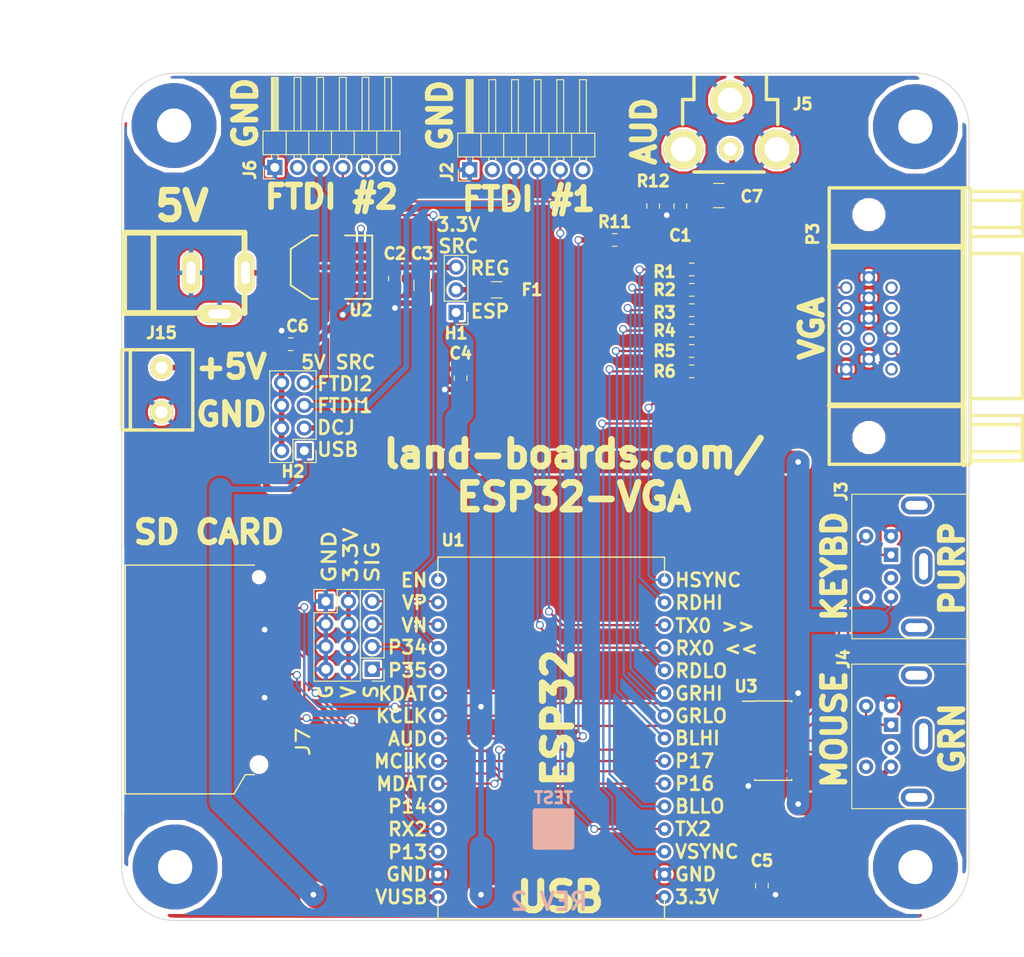
<source format=kicad_pcb>
(kicad_pcb (version 20171130) (host pcbnew "(5.1.5)-3")
  (title_block (title Blue-Pill-Hub) (date 2019-03-03) (rev 2) (company land-boards.com))
  (layers (0 F.Cu signal) (31 B.Cu signal) (36 B.SilkS user hide) (37 F.SilkS user) (38 B.Mask user hide) (39 F.Mask user) (44 Edge.Cuts user))
  (net 0 "")
  (net 1 +5V)
  (net 2 GND)
  (net 3 +3V3)
  (net 4 /VO3)
  (net 5 /DCIN)
  (net 6 /GP35)
  (net 7 /TX0)
  (net 8 /RX0)
  (net 9 /TX2)
  (net 10 /VP)
  (net 11 /VN)
  (net 12 /VUSB)
  (net 13 "Net-(F1-Pad2)")
  (net 14 "Net-(C1-Pad1)")
  (net 15 "Net-(C7-Pad2)")
  (net 16 /ESP3V)
  (net 17 /FTDI5V0)
  (net 18 /FTDI5V2)
  (net 19 "Net-(J3-Pad1)")
  (net 20 "Net-(J3-Pad5)")
  (net 21 "Net-(J4-Pad5)")
  (net 22 "Net-(J4-Pad1)")
  (net 23 "Net-(P3-Pad3)")
  (net 24 "Net-(P3-Pad2)")
  (net 25 "Net-(P3-Pad1)")
  (net 26 /HSYNC)
  (net 27 /VSYNC)
  (net 28 /REDHI)
  (net 29 /REDLO)
  (net 30 /GRNHI)
  (net 31 /GRNLO)
  (net 32 /BLUHI)
  (net 33 /BLULO)
  (net 34 /AUDIO)
  (net 35 /KBDAT)
  (net 36 /KBCLK)
  (net 37 /MSECLK)
  (net 38 /MSEDAT)
  (net 39 /RX2)
  (net 40 /MOSI)
  (net 41 /SDCS)
  (net 42 /SCLK)
  (net 43 /MISO)
  (net 44 /GP12)
  (module Resistor_SMD:R_0805_2012Metric_Pad1.15x1.40mm_HandSolder (layer F.Cu) (at 65.278 28.702 180)
    (fp_text reference R11 (at 0 2.032 180) (layer F.SilkS) (effects (font (size 1.27 1.27) (thickness 0.3175))))
    (fp_text value 270)
    (pad 1 smd roundrect (at -1.025 0 180) (size 1.15 1.4) (layers F.Cu F.Paste F.Mask) (roundrect_rratio 0.217391) (net 14 "Net-(C1-Pad1)"))
    (pad 2 smd roundrect (at 1.025 0 180) (size 1.15 1.4) (layers F.Cu F.Paste F.Mask) (roundrect_rratio 0.217391) (net 34 /AUDIO))
  )
  (module LandBoards_SMD_Packages:SOT223 (layer F.Cu) (at 33.528 31.75 90)
    (fp_text reference U2 (at -4.826 3.302 180) (layer F.SilkS) (effects (font (size 1.27 1.27) (thickness 0.3175))))
    (fp_text value AP1117 hide)
    (pad 4 smd rect (at 0 -3.302 90) (size 3.6576 2.032) (layers F.Cu F.Mask) (net 4 /VO3))
    (pad 2 smd rect (at 0 3.302 90) (size 1.016 2.032) (layers F.Cu F.Mask) (net 4 /VO3))
    (pad 3 smd rect (at 2.286 3.302 90) (size 1.016 2.032) (layers F.Cu F.Mask) (net 1 +5V))
    (pad 1 smd rect (at -2.286 3.302 90) (size 1.016 2.032) (layers F.Cu F.Mask) (net 2 GND))
  )
  (module LandBoards_Conns:TB2-5MM (layer F.Cu) (at 14.478 48.006 90)
    (fp_text reference J15 (at 8.89 0 180) (layer F.SilkS) (effects (font (size 1.27 1.27) (thickness 0.3175))))
    (fp_text value Conn_01x02 hide)
    (pad 2 thru_hole circle (at 5 0 90) (size 2.54 2.54) (drill 1.3589) (layers *.Cu *.Mask F.SilkS) (net 5 /DCIN))
    (pad 1 thru_hole circle (at 0 0 90) (size 2.54 2.54) (drill 1.3589) (layers *.Cu *.Mask F.SilkS) (net 2 GND))
  )
  (module LandBoards_MountHoles:MTG-6-32 (layer F.Cu) (at 15.875 15.875)
    (fp_text reference MTG1 hide)
    (fp_text value MTG_HOLE hide)
    (pad 1 thru_hole circle (at 0 0) (size 9.525 9.525) (drill 3.8354) (layers *.Cu *.Mask) (clearance 0.508))
  )
  (module LandBoards_MountHoles:MTG-6-32 (layer F.Cu) (at 99 99)
    (fp_text reference MTG2 hide)
    (fp_text value MTG_HOLE hide)
    (pad 1 thru_hole circle (at 0 0) (size 9.525 9.525) (drill 3.8354) (layers *.Cu *.Mask) (clearance 0.508))
  )
  (module LandBoards_MountHoles:MTG-6-32 (layer F.Cu) (at 16 99)
    (fp_text reference MTG3 hide)
    (fp_text value MTG_HOLE hide)
    (pad 1 thru_hole circle (at 0 0) (size 9.525 9.525) (drill 3.8354) (layers *.Cu *.Mask) (clearance 0.508))
  )
  (module LandBoards_MountHoles:MTG-6-32 (layer F.Cu) (at 99 16)
    (fp_text reference MTG?1 hide)
    (fp_text value MTG_HOLE hide)
    (pad 1 thru_hole circle (at 0 0) (size 9.525 9.525) (drill 3.8354) (layers *.Cu *.Mask) (clearance 0.508))
  )
  (module LandBoards_BoardOutlines:ESP32_EXP (layer F.Cu) (at 58.166 102.362 180)
    (fp_text reference U1 (at 11 40 180) (layer F.SilkS) (effects (font (size 1.27 1.27) (thickness 0.3175))))
    (fp_text value ESP32)
    (pad 1 thru_hole circle (at -12.7 0 180) (size 1.524 1.524) (drill 0.762) (layers *.Cu *.Mask) (net 16 /ESP3V))
    (pad 2 thru_hole circle (at -12.7 2.54 180) (size 1.524 1.524) (drill 0.762) (layers *.Cu *.Mask) (net 2 GND))
    (pad 3 thru_hole circle (at -12.7 5.08 180) (size 1.524 1.524) (drill 0.762) (layers *.Cu *.Mask) (net 27 /VSYNC))
    (pad 4 thru_hole circle (at -12.7 7.62 180) (size 1.524 1.524) (drill 0.762) (layers *.Cu *.Mask) (net 9 /TX2))
    (pad 5 thru_hole circle (at -12.7 10.16 180) (size 1.524 1.524) (drill 0.762) (layers *.Cu *.Mask) (net 33 /BLULO))
    (pad 6 thru_hole circle (at -12.7 12.7 180) (size 1.524 1.524) (drill 0.762) (layers *.Cu *.Mask) (net 43 /MISO))
    (pad 7 thru_hole circle (at -12.7 15.24 180) (size 1.524 1.524) (drill 0.762) (layers *.Cu *.Mask) (net 40 /MOSI))
    (pad 8 thru_hole circle (at -12.7 17.78 180) (size 1.524 1.524) (drill 0.762) (layers *.Cu *.Mask) (net 32 /BLUHI))
    (pad 9 thru_hole circle (at -12.7 20.32 180) (size 1.524 1.524) (drill 0.762) (layers *.Cu *.Mask) (net 31 /GRNLO))
    (pad 10 thru_hole circle (at -12.7 22.86 180) (size 1.524 1.524) (drill 0.762) (layers *.Cu *.Mask) (net 30 /GRNHI))
    (pad 11 thru_hole circle (at -12.7 25.4 180) (size 1.524 1.524) (drill 0.762) (layers *.Cu *.Mask) (net 29 /REDLO))
    (pad 12 thru_hole circle (at -12.7 27.94 180) (size 1.524 1.524) (drill 0.762) (layers *.Cu *.Mask) (net 8 /RX0))
    (pad 13 thru_hole circle (at -12.7 30.48 180) (size 1.524 1.524) (drill 0.762) (layers *.Cu *.Mask) (net 7 /TX0))
    (pad 14 thru_hole circle (at -12.7 33.02 180) (size 1.524 1.524) (drill 0.762) (layers *.Cu *.Mask) (net 28 /REDHI))
    (pad 15 thru_hole circle (at -12.7 35.56 180) (size 1.524 1.524) (drill 0.762) (layers *.Cu *.Mask) (net 26 /HSYNC))
    (pad 16 thru_hole circle (at 12.7 35.56 180) (size 1.524 1.524) (drill 0.762) (layers *.Cu *.Mask))
    (pad 17 thru_hole circle (at 12.7 33.02 180) (size 1.524 1.524) (drill 0.762) (layers *.Cu *.Mask) (net 10 /VP))
    (pad 18 thru_hole circle (at 12.7 30.48 180) (size 1.524 1.524) (drill 0.762) (layers *.Cu *.Mask) (net 11 /VN))
    (pad 19 thru_hole circle (at 12.7 27.94 180) (size 1.524 1.524) (drill 0.762) (layers *.Cu *.Mask) (net 39 /RX2))
    (pad 20 thru_hole circle (at 12.7 25.4 180) (size 1.524 1.524) (drill 0.762) (layers *.Cu *.Mask) (net 6 /GP35))
    (pad 21 thru_hole circle (at 12.7 22.86 180) (size 1.524 1.524) (drill 0.762) (layers *.Cu *.Mask) (net 35 /KBDAT))
    (pad 22 thru_hole circle (at 12.7 20.32 180) (size 1.524 1.524) (drill 0.762) (layers *.Cu *.Mask) (net 36 /KBCLK))
    (pad 23 thru_hole circle (at 12.7 17.78 180) (size 1.524 1.524) (drill 0.762) (layers *.Cu *.Mask) (net 34 /AUDIO))
    (pad 24 thru_hole circle (at 12.7 15.24 180) (size 1.524 1.524) (drill 0.762) (layers *.Cu *.Mask) (net 37 /MSECLK))
    (pad 25 thru_hole circle (at 12.7 12.7 180) (size 1.524 1.524) (drill 0.762) (layers *.Cu *.Mask) (net 38 /MSEDAT))
    (pad 26 thru_hole circle (at 12.7 10.16 180) (size 1.524 1.524) (drill 0.762) (layers *.Cu *.Mask) (net 42 /SCLK))
    (pad 27 thru_hole circle (at 12.7 7.62 180) (size 1.524 1.524) (drill 0.762) (layers *.Cu *.Mask) (net 44 /GP12))
    (pad 28 thru_hole circle (at 12.7 5.08 180) (size 1.524 1.524) (drill 0.762) (layers *.Cu *.Mask) (net 41 /SDCS))
    (pad 29 thru_hole circle (at 12.7 2.54 180) (size 1.524 1.524) (drill 0.762) (layers *.Cu *.Mask) (net 2 GND))
    (pad 30 thru_hole circle (at 12.7 0 180) (size 1.524 1.524) (drill 0.762) (layers *.Cu *.Mask) (net 12 /VUSB))
  )
  (module Fuse:Fuse_1206_3216Metric_Pad1.42x1.75mm_HandSolder (layer F.Cu) (at 52.07 34.29 180)
    (fp_text reference F1 (at -3.937 0 180) (layer F.SilkS) (effects (font (size 1.27 1.27) (thickness 0.3175))))
    (fp_text value Polyfuse_Small)
    (pad 1 smd roundrect (at -1.4875 0 180) (size 1.425 1.75) (layers F.Cu F.Paste F.Mask) (roundrect_rratio 0.175439) (net 3 +3V3))
    (pad 2 smd roundrect (at 1.4875 0 180) (size 1.425 1.75) (layers F.Cu F.Paste F.Mask) (roundrect_rratio 0.175439) (net 13 "Net-(F1-Pad2)"))
  )
  (module LandBoards_Conns:DCJ-NEW-Slotted (layer F.Cu) (at 17.78 32.385)
    (fp_text reference J1 hide)
    (fp_text value DCJ0202 hide)
    (pad 2 thru_hole oval (at 0 0) (size 2 4.6) (drill oval 1 2.54) (layers *.Cu *.Mask F.SilkS) (net 2 GND))
    (pad 1 thru_hole oval (at 6.1 0) (size 2 4.6) (drill oval 1 2.54) (layers *.Cu *.Mask F.SilkS) (net 5 /DCIN))
    (pad 3 thru_hole oval (at 3.2 4.6) (size 4.6 2) (drill oval 2.54 1) (layers *.Cu *.Mask F.SilkS) (net 2 GND))
  )
  (module Connector_PinHeader_2.54mm:PinHeader_1x03_P2.54mm_Vertical (layer F.Cu) (at 47.498 36.83 180)
    (fp_text reference H1 (at 0 -2.33 180) (layer F.SilkS) (effects (font (size 1.27 1.27) (thickness 0.3175))))
    (fp_text value Conn_01x03)
    (pad 1 thru_hole rect (at 0 0 180) (size 1.7 1.7) (drill 1) (layers *.Cu *.Mask) (net 16 /ESP3V))
    (pad 2 thru_hole oval (at 0 2.54 180) (size 1.7 1.7) (drill 1) (layers *.Cu *.Mask) (net 13 "Net-(F1-Pad2)"))
    (pad 3 thru_hole oval (at 0 5.08 180) (size 1.7 1.7) (drill 1) (layers *.Cu *.Mask) (net 4 /VO3))
  )
  (module Connector_PinHeader_2.54mm:PinHeader_2x04_P2.54mm_Vertical (layer F.Cu) (at 30.48 52.324 180)
    (fp_text reference H2 (at 1.27 -2.33 180) (layer F.SilkS) (effects (font (size 1.27 1.27) (thickness 0.3175))))
    (fp_text value Conn_02x04_Odd_Even)
    (pad 1 thru_hole rect (at 0 0 180) (size 1.7 1.7) (drill 1) (layers *.Cu *.Mask) (net 12 /VUSB))
    (pad 2 thru_hole oval (at 2.54 0 180) (size 1.7 1.7) (drill 1) (layers *.Cu *.Mask) (net 1 +5V))
    (pad 3 thru_hole oval (at 0 2.54 180) (size 1.7 1.7) (drill 1) (layers *.Cu *.Mask) (net 5 /DCIN))
    (pad 4 thru_hole oval (at 2.54 2.54 180) (size 1.7 1.7) (drill 1) (layers *.Cu *.Mask) (net 1 +5V))
    (pad 5 thru_hole oval (at 0 5.08 180) (size 1.7 1.7) (drill 1) (layers *.Cu *.Mask) (net 17 /FTDI5V0))
    (pad 6 thru_hole oval (at 2.54 5.08 180) (size 1.7 1.7) (drill 1) (layers *.Cu *.Mask) (net 1 +5V))
    (pad 7 thru_hole oval (at 0 7.62 180) (size 1.7 1.7) (drill 1) (layers *.Cu *.Mask) (net 18 /FTDI5V2))
    (pad 8 thru_hole oval (at 2.54 7.62 180) (size 1.7 1.7) (drill 1) (layers *.Cu *.Mask) (net 1 +5V))
  )
  (module LandBoards_Conns:DB_15F-VGA-fixed (layer F.Cu) (at 97.79 38.354 90)
    (fp_text reference P3 (at 10.3124 -10.287 90) (layer F.SilkS) (effects (font (size 1.27 1.27) (thickness 0.3175))))
    (fp_text value VGA (at -0.254 -10.414 90) (layer F.SilkS) (effects (font (size 2.54 2.54) (thickness 0.635))))
    (pad "" np_thru_hole circle (at 12.49426 -4.01066 90) (size 3.2 3.2) (drill 3.2) (layers *.Cu *.Mask F.SilkS))
    (pad 3 thru_hole circle (at -0.2667 -6.55066 90) (size 1.397 1.397) (drill 0.889) (layers *.Cu *.Mask) (net 23 "Net-(P3-Pad3)"))
    (pad 2 thru_hole circle (at 2.0193 -6.55066 90) (size 1.397 1.397) (drill 0.9144) (layers *.Cu *.Mask) (net 24 "Net-(P3-Pad2)"))
    (pad 1 thru_hole circle (at 4.31038 -6.55066 90) (size 1.397 1.397) (drill 0.9144) (layers *.Cu *.Mask) (net 25 "Net-(P3-Pad1)"))
    (pad 4 thru_hole circle (at -2.56032 -6.55066 90) (size 1.397 1.397) (drill 0.9144) (layers *.Cu *.Mask))
    (pad 5 thru_hole circle (at -4.84886 -6.55066 90) (size 1.397 1.397) (drill 0.9144) (layers *.Cu *.Mask) (net 2 GND))
    (pad 9 thru_hole circle (at -1.41478 -4.01066 90) (size 1.397 1.397) (drill 0.9144) (layers *.Cu *.Mask))
    (pad 8 thru_hole circle (at 0.87376 -4.01066 90) (size 1.397 1.397) (drill 0.9144) (layers *.Cu *.Mask) (net 2 GND))
    (pad 7 thru_hole circle (at 3.16484 -4.01066 90) (size 1.397 1.397) (drill 0.9144) (layers *.Cu *.Mask) (net 2 GND))
    (pad 6 thru_hole circle (at 5.45592 -4.01066 90) (size 1.397 1.397) (drill 0.9144) (layers *.Cu *.Mask) (net 2 GND))
    (pad "" np_thru_hole circle (at -12.49426 -4.01066 90) (size 3.2 3.2) (drill 3.2) (layers *.Cu *.Mask F.SilkS))
    (pad 10 thru_hole circle (at -3.70586 -4.01066 90) (size 1.397 1.397) (drill 0.9144) (layers *.Cu *.Mask) (net 2 GND))
    (pad 11 thru_hole circle (at 4.31038 -1.47066 90) (size 1.397 1.397) (drill 0.9144) (layers *.Cu *.Mask))
    (pad 12 thru_hole circle (at 2.0193 -1.47066 90) (size 1.397 1.397) (drill 0.9144) (layers *.Cu *.Mask))
    (pad 13 thru_hole circle (at -0.26924 -1.4732 90) (size 1.397 1.397) (drill 0.9144) (layers *.Cu *.Mask) (net 26 /HSYNC))
    (pad 14 thru_hole circle (at -2.56032 -1.47066 90) (size 1.397 1.397) (drill 0.9144) (layers *.Cu *.Mask) (net 27 /VSYNC))
    (pad 15 thru_hole circle (at -4.84886 -1.47066 90) (size 1.397 1.397) (drill 0.9144) (layers *.Cu *.Mask))
  )
  (module Resistor_SMD:R_0805_2012Metric_Pad1.15x1.40mm_HandSolder (layer F.Cu) (at 73.914 32.004 180)
    (fp_text reference R1 (at 3.048 -0.254 180) (layer F.SilkS) (effects (font (size 1.27 1.27) (thickness 0.3175))))
    (fp_text value 270)
    (pad 1 smd roundrect (at -1.025 0 180) (size 1.15 1.4) (layers F.Cu F.Paste F.Mask) (roundrect_rratio 0.217391) (net 25 "Net-(P3-Pad1)"))
    (pad 2 smd roundrect (at 1.025 0 180) (size 1.15 1.4) (layers F.Cu F.Paste F.Mask) (roundrect_rratio 0.217391) (net 28 /REDHI))
  )
  (module Resistor_SMD:R_0805_2012Metric_Pad1.15x1.40mm_HandSolder (layer F.Cu) (at 73.914 34.29 180)
    (fp_text reference R2 (at 3.048 0 180) (layer F.SilkS) (effects (font (size 1.27 1.27) (thickness 0.3175))))
    (fp_text value 560)
    (pad 2 smd roundrect (at 1.025 0 180) (size 1.15 1.4) (layers F.Cu F.Paste F.Mask) (roundrect_rratio 0.217391) (net 29 /REDLO))
    (pad 1 smd roundrect (at -1.025 0 180) (size 1.15 1.4) (layers F.Cu F.Paste F.Mask) (roundrect_rratio 0.217391) (net 25 "Net-(P3-Pad1)"))
  )
  (module Resistor_SMD:R_0805_2012Metric_Pad1.15x1.40mm_HandSolder (layer F.Cu) (at 73.914 36.576 180)
    (fp_text reference R3 (at 3.048 -0.254 180) (layer F.SilkS) (effects (font (size 1.27 1.27) (thickness 0.3175))))
    (fp_text value 270)
    (pad 1 smd roundrect (at -1.025 0 180) (size 1.15 1.4) (layers F.Cu F.Paste F.Mask) (roundrect_rratio 0.217391) (net 24 "Net-(P3-Pad2)"))
    (pad 2 smd roundrect (at 1.025 0 180) (size 1.15 1.4) (layers F.Cu F.Paste F.Mask) (roundrect_rratio 0.217391) (net 30 /GRNHI))
  )
  (module Resistor_SMD:R_0805_2012Metric_Pad1.15x1.40mm_HandSolder (layer F.Cu) (at 73.914 38.862 180)
    (fp_text reference R4 (at 3.048 0 180) (layer F.SilkS) (effects (font (size 1.27 1.27) (thickness 0.3175))))
    (fp_text value 560)
    (pad 2 smd roundrect (at 1.025 0 180) (size 1.15 1.4) (layers F.Cu F.Paste F.Mask) (roundrect_rratio 0.217391) (net 31 /GRNLO))
    (pad 1 smd roundrect (at -1.025 0 180) (size 1.15 1.4) (layers F.Cu F.Paste F.Mask) (roundrect_rratio 0.217391) (net 24 "Net-(P3-Pad2)"))
  )
  (module Resistor_SMD:R_0805_2012Metric_Pad1.15x1.40mm_HandSolder (layer F.Cu) (at 73.914 41.148 180)
    (fp_text reference R5 (at 3.048 0 180) (layer F.SilkS) (effects (font (size 1.27 1.27) (thickness 0.3175))))
    (fp_text value 270)
    (pad 2 smd roundrect (at 1.025 0 180) (size 1.15 1.4) (layers F.Cu F.Paste F.Mask) (roundrect_rratio 0.217391) (net 32 /BLUHI))
    (pad 1 smd roundrect (at -1.025 0 180) (size 1.15 1.4) (layers F.Cu F.Paste F.Mask) (roundrect_rratio 0.217391) (net 23 "Net-(P3-Pad3)"))
  )
  (module Resistor_SMD:R_0805_2012Metric_Pad1.15x1.40mm_HandSolder (layer F.Cu) (at 73.914 43.434 180)
    (fp_text reference R6 (at 3.048 0 180) (layer F.SilkS) (effects (font (size 1.27 1.27) (thickness 0.3175))))
    (fp_text value 560)
    (pad 1 smd roundrect (at -1.025 0 180) (size 1.15 1.4) (layers F.Cu F.Paste F.Mask) (roundrect_rratio 0.217391) (net 23 "Net-(P3-Pad3)"))
    (pad 2 smd roundrect (at 1.025 0 180) (size 1.15 1.4) (layers F.Cu F.Paste F.Mask) (roundrect_rratio 0.217391) (net 33 /BLULO))
  )
  (module Resistor_SMD:R_0805_2012Metric_Pad1.15x1.40mm_HandSolder (layer F.Cu) (at 69.596 24.892 90)
    (fp_text reference R12 (at 2.794 0 180) (layer F.SilkS) (effects (font (size 1.27 1.27) (thickness 0.3175))))
    (fp_text value 150)
    (pad 2 smd roundrect (at 1.025 0 90) (size 1.15 1.4) (layers F.Cu F.Paste F.Mask) (roundrect_rratio 0.217391) (net 14 "Net-(C1-Pad1)"))
    (pad 1 smd roundrect (at -1.025 0 90) (size 1.15 1.4) (layers F.Cu F.Paste F.Mask) (roundrect_rratio 0.217391) (net 2 GND))
  )
  (module LandBoards_Marking:TEST_BLK-REAR (layer F.Cu) (at 58.42 94.742)
    (fp_text reference TEST (at 0 -3.5) (layer B.SilkS) (effects (font (size 1.27 1.27) (thickness 0.3175)) (justify mirror)))
    (fp_text value COUPON hide)
  )
  (module Package_SO:SOIC-14_3.9x8.7mm_P1.27mm (layer F.Cu) (at 83.058 84.836)
    (fp_text reference U3 (at -3.048 -6.096) (layer F.SilkS) (effects (font (size 1.27 1.27) (thickness 0.3175))))
    (fp_text value TXS0104)
    (pad 1 smd rect (at -2.7 -3.81) (size 1.5 0.6) (layers F.Cu F.Paste F.Mask) (net 3 +3V3))
    (pad 2 smd rect (at -2.7 -2.54) (size 1.5 0.6) (layers F.Cu F.Paste F.Mask) (net 35 /KBDAT))
    (pad 3 smd rect (at -2.7 -1.27) (size 1.5 0.6) (layers F.Cu F.Paste F.Mask) (net 36 /KBCLK))
    (pad 4 smd rect (at -2.7 0) (size 1.5 0.6) (layers F.Cu F.Paste F.Mask) (net 38 /MSEDAT))
    (pad 5 smd rect (at -2.7 1.27) (size 1.5 0.6) (layers F.Cu F.Paste F.Mask) (net 37 /MSECLK))
    (pad 6 smd rect (at -2.7 2.54) (size 1.5 0.6) (layers F.Cu F.Paste F.Mask))
    (pad 7 smd rect (at -2.7 3.81) (size 1.5 0.6) (layers F.Cu F.Paste F.Mask) (net 2 GND))
    (pad 8 smd rect (at 2.7 3.81) (size 1.5 0.6) (layers F.Cu F.Paste F.Mask) (net 3 +3V3))
    (pad 9 smd rect (at 2.7 2.54) (size 1.5 0.6) (layers F.Cu F.Paste F.Mask))
    (pad 10 smd rect (at 2.7 1.27) (size 1.5 0.6) (layers F.Cu F.Paste F.Mask) (net 21 "Net-(J4-Pad5)"))
    (pad 11 smd rect (at 2.7 0) (size 1.5 0.6) (layers F.Cu F.Paste F.Mask) (net 22 "Net-(J4-Pad1)"))
    (pad 12 smd rect (at 2.7 -1.27) (size 1.5 0.6) (layers F.Cu F.Paste F.Mask) (net 20 "Net-(J3-Pad5)"))
    (pad 13 smd rect (at 2.7 -2.54) (size 1.5 0.6) (layers F.Cu F.Paste F.Mask) (net 19 "Net-(J3-Pad1)"))
    (pad 14 smd rect (at 2.7 -3.81) (size 1.5 0.6) (layers F.Cu F.Paste F.Mask) (net 1 +5V))
  )
  (module LandBoards_Conns:Connector_Mini-DIN_Female_6Pin_2rows (layer F.Cu) (at 96.266 64.008 90)
    (fp_text reference J3 (at 7.112 -5.588 90) (layer F.SilkS) (effects (font (size 1.27 1.27) (thickness 0.3175))))
    (fp_text value PS2_DIN6)
    (pad 7 thru_hole oval (at -8.15 2.85 90) (size 2 3.5) (drill oval 1 2.5) (layers *.Cu *.Mask))
    (pad 7 thru_hole oval (at 5.55 2.85 90) (size 2 3.5) (drill oval 1 2.5) (layers *.Cu *.Mask))
    (pad 1 thru_hole rect (at 0 0 90) (size 1.6 1.6) (drill 0.8) (layers *.Cu *.Mask) (net 19 "Net-(J3-Pad1)"))
    (pad 2 thru_hole circle (at -2.6 0 90) (size 1.6 1.6) (drill 0.8) (layers *.Cu *.Mask))
    (pad 3 thru_hole circle (at 2.1 0 90) (size 1.6 1.6) (drill 0.8) (layers *.Cu *.Mask) (net 2 GND))
    (pad 4 thru_hole circle (at -4.7 0 90) (size 1.6 1.6) (drill 0.8) (layers *.Cu *.Mask) (net 1 +5V))
    (pad 5 thru_hole circle (at 2.1 -2.8 90) (size 1.6 1.6) (drill 0.8) (layers *.Cu *.Mask) (net 20 "Net-(J3-Pad5)"))
    (pad 6 thru_hole circle (at -4.7 -2.8 90) (size 1.6 1.6) (drill 0.8) (layers *.Cu *.Mask))
    (pad 7 thru_hole oval (at -1.3 3.65 90) (size 4 2) (drill oval 3 1) (layers *.Cu *.Mask))
  )
  (module LandBoards_Conns:Connector_Mini-DIN_Female_6Pin_2rows (layer F.Cu) (at 96.266 83.058 90)
    (fp_text reference J4 (at 7.366 -5.334 90) (layer F.SilkS) (effects (font (size 1.27 1.27) (thickness 0.3175))))
    (fp_text value PS2_DIN6)
    (pad 7 thru_hole oval (at -1.3 3.65 90) (size 4 2) (drill oval 3 1) (layers *.Cu *.Mask))
    (pad 6 thru_hole circle (at -4.7 -2.8 90) (size 1.6 1.6) (drill 0.8) (layers *.Cu *.Mask))
    (pad 5 thru_hole circle (at 2.1 -2.8 90) (size 1.6 1.6) (drill 0.8) (layers *.Cu *.Mask) (net 21 "Net-(J4-Pad5)"))
    (pad 4 thru_hole circle (at -4.7 0 90) (size 1.6 1.6) (drill 0.8) (layers *.Cu *.Mask) (net 1 +5V))
    (pad 3 thru_hole circle (at 2.1 0 90) (size 1.6 1.6) (drill 0.8) (layers *.Cu *.Mask) (net 2 GND))
    (pad 2 thru_hole circle (at -2.6 0 90) (size 1.6 1.6) (drill 0.8) (layers *.Cu *.Mask))
    (pad 1 thru_hole rect (at 0 0 90) (size 1.6 1.6) (drill 0.8) (layers *.Cu *.Mask) (net 22 "Net-(J4-Pad1)"))
    (pad 7 thru_hole oval (at 5.55 2.85 90) (size 2 3.5) (drill oval 1 2.5) (layers *.Cu *.Mask))
    (pad 7 thru_hole oval (at -8.15 2.85 90) (size 2 3.5) (drill oval 1 2.5) (layers *.Cu *.Mask))
  )
  (module LandBoards_Conns:RCA (layer F.Cu) (at 78.232 18.542)
    (fp_text reference J5 (at 8.128 -5.08 180) (layer F.SilkS) (effects (font (size 1.27 1.27) (thickness 0.3175))))
    (fp_text value RCA-JACK hide)
    (pad 1 thru_hole circle (at 0 -5.5118) (size 4.445 4.445) (drill 2.794) (layers *.Cu *.Mask F.SilkS) (net 2 GND))
    (pad 2 thru_hole circle (at -5.2451 0) (size 4.445 4.445) (drill 2.794) (layers *.Cu *.Mask F.SilkS) (net 2 GND))
    (pad 3 thru_hole circle (at 5.2451 0) (size 4.445 4.445) (drill 2.794) (layers *.Cu *.Mask F.SilkS) (net 2 GND))
    (pad 4 thru_hole circle (at 0 0) (size 2.54 2.54) (drill 1.4986) (layers *.Cu *.Mask F.SilkS) (net 15 "Net-(C7-Pad2)"))
  )
  (module Connector_PinHeader_2.54mm:PinHeader_1x06_P2.54mm_Horizontal (layer F.Cu) (at 49.022 20.828 90)
    (fp_text reference J2 (at -0.254 -2.54 90) (layer F.SilkS) (effects (font (size 1.27 1.27) (thickness 0.3175))))
    (fp_text value FTDI)
    (pad 6 thru_hole oval (at 0 12.7 90) (size 1.7 1.7) (drill 1) (layers *.Cu *.Mask))
    (pad 5 thru_hole oval (at 0 10.16 90) (size 1.7 1.7) (drill 1) (layers *.Cu *.Mask) (net 7 /TX0))
    (pad 4 thru_hole oval (at 0 7.62 90) (size 1.7 1.7) (drill 1) (layers *.Cu *.Mask) (net 8 /RX0))
    (pad 3 thru_hole oval (at 0 5.08 90) (size 1.7 1.7) (drill 1) (layers *.Cu *.Mask) (net 17 /FTDI5V0))
    (pad 2 thru_hole oval (at 0 2.54 90) (size 1.7 1.7) (drill 1) (layers *.Cu *.Mask))
    (pad 1 thru_hole rect (at 0 0 90) (size 1.7 1.7) (drill 1) (layers *.Cu *.Mask) (net 2 GND))
  )
  (module Connector_PinHeader_2.54mm:PinHeader_1x06_P2.54mm_Horizontal (layer F.Cu) (at 27.178 20.574 90)
    (fp_text reference J6 (at -0.254 -2.794 90) (layer F.SilkS) (effects (font (size 1.27 1.27) (thickness 0.3175))))
    (fp_text value FTDI)
    (pad 1 thru_hole rect (at 0 0 90) (size 1.7 1.7) (drill 1) (layers *.Cu *.Mask) (net 2 GND))
    (pad 2 thru_hole oval (at 0 2.54 90) (size 1.7 1.7) (drill 1) (layers *.Cu *.Mask))
    (pad 3 thru_hole oval (at 0 5.08 90) (size 1.7 1.7) (drill 1) (layers *.Cu *.Mask) (net 18 /FTDI5V2))
    (pad 4 thru_hole oval (at 0 7.62 90) (size 1.7 1.7) (drill 1) (layers *.Cu *.Mask) (net 39 /RX2))
    (pad 5 thru_hole oval (at 0 10.16 90) (size 1.7 1.7) (drill 1) (layers *.Cu *.Mask) (net 9 /TX2))
    (pad 6 thru_hole oval (at 0 12.7 90) (size 1.7 1.7) (drill 1) (layers *.Cu *.Mask))
  )
  (module Capacitor_SMD:C_0805_2012Metric_Pad1.15x1.40mm_HandSolder (layer F.Cu) (at 72.644 24.892 270)
    (fp_text reference C1 (at 3.302 0) (layer F.SilkS) (effects (font (size 1.27 1.27) (thickness 0.3175))))
    (fp_text value 0.1uF)
    (pad 1 smd roundrect (at -1.025 0 270) (size 1.15 1.4) (layers F.Cu F.Paste F.Mask) (roundrect_rratio 0.217391) (net 14 "Net-(C1-Pad1)"))
    (pad 2 smd roundrect (at 1.025 0 270) (size 1.15 1.4) (layers F.Cu F.Paste F.Mask) (roundrect_rratio 0.217391) (net 2 GND))
  )
  (module Capacitor_SMD:C_0805_2012Metric_Pad1.15x1.40mm_HandSolder (layer F.Cu) (at 40.64 33.02 270)
    (fp_text reference C2 (at -2.794 0) (layer F.SilkS) (effects (font (size 1.27 1.27) (thickness 0.3175))))
    (fp_text value 0.1uF)
    (pad 2 smd roundrect (at 1.025 0 270) (size 1.15 1.4) (layers F.Cu F.Paste F.Mask) (roundrect_rratio 0.217391) (net 2 GND))
    (pad 1 smd roundrect (at -1.025 0 270) (size 1.15 1.4) (layers F.Cu F.Paste F.Mask) (roundrect_rratio 0.217391) (net 4 /VO3))
  )
  (module Capacitor_SMD:C_1206_3216Metric_Pad1.42x1.75mm_HandSolder (layer F.Cu) (at 43.688 33.782 270)
    (fp_text reference C3 (at -3.556 0) (layer F.SilkS) (effects (font (size 1.27 1.27) (thickness 0.3175))))
    (fp_text value 10uF)
    (pad 1 smd roundrect (at -1.4875 0 270) (size 1.425 1.75) (layers F.Cu F.Paste F.Mask) (roundrect_rratio 0.175439) (net 4 /VO3))
    (pad 2 smd roundrect (at 1.4875 0 270) (size 1.425 1.75) (layers F.Cu F.Paste F.Mask) (roundrect_rratio 0.175439) (net 2 GND))
  )
  (module Capacitor_SMD:C_0805_2012Metric_Pad1.15x1.40mm_HandSolder (layer F.Cu) (at 48.006 44.196 270)
    (fp_text reference C4 (at -2.794 0) (layer F.SilkS) (effects (font (size 1.27 1.27) (thickness 0.3175))))
    (fp_text value 0.1uF)
    (pad 1 smd roundrect (at -1.025 0 270) (size 1.15 1.4) (layers F.Cu F.Paste F.Mask) (roundrect_rratio 0.217391) (net 3 +3V3))
    (pad 2 smd roundrect (at 1.025 0 270) (size 1.15 1.4) (layers F.Cu F.Paste F.Mask) (roundrect_rratio 0.217391) (net 2 GND))
  )
  (module Capacitor_SMD:C_0805_2012Metric_Pad1.15x1.40mm_HandSolder (layer F.Cu) (at 81.788 101.092 270)
    (fp_text reference C5 (at -2.794 0) (layer F.SilkS) (effects (font (size 1.27 1.27) (thickness 0.3175))))
    (fp_text value 0.1uF)
    (pad 2 smd roundrect (at 1.025 0 270) (size 1.15 1.4) (layers F.Cu F.Paste F.Mask) (roundrect_rratio 0.217391) (net 2 GND))
    (pad 1 smd roundrect (at -1.025 0 270) (size 1.15 1.4) (layers F.Cu F.Paste F.Mask) (roundrect_rratio 0.217391) (net 3 +3V3))
  )
  (module Capacitor_SMD:C_0805_2012Metric_Pad1.15x1.40mm_HandSolder (layer F.Cu) (at 28.956 40.386 180)
    (fp_text reference C6 (at -0.762 2.032 180) (layer F.SilkS) (effects (font (size 1.27 1.27) (thickness 0.3175))))
    (fp_text value 0.1uF)
    (pad 1 smd roundrect (at -1.025 0 180) (size 1.15 1.4) (layers F.Cu F.Paste F.Mask) (roundrect_rratio 0.217391) (net 1 +5V))
    (pad 2 smd roundrect (at 1.025 0 180) (size 1.15 1.4) (layers F.Cu F.Paste F.Mask) (roundrect_rratio 0.217391) (net 2 GND))
  )
  (module Capacitor_SMD:C_1210_3225Metric_Pad1.42x2.65mm_HandSolder (layer F.Cu) (at 76.962 23.724566)
    (fp_text reference C7 (at 3.686146 0.102566) (layer F.SilkS) (effects (font (size 1.27 1.27) (thickness 0.3175))))
    (fp_text value 10uF)
    (pad 1 smd roundrect (at -1.4875 0) (size 1.425 2.65) (layers F.Cu F.Paste F.Mask) (roundrect_rratio 0.175439) (net 14 "Net-(C1-Pad1)"))
    (pad 2 smd roundrect (at 1.4875 0) (size 1.425 2.65) (layers F.Cu F.Paste F.Mask) (roundrect_rratio 0.175439) (net 15 "Net-(C7-Pad2)"))
  )
  (module LandBoards_Conns:SD_CARD (layer F.Cu) (at 25.4 72.39 270)
    (fp_text reference J7 (at 12.573 -4.953 270) (layer F.SilkS) (effects (font (size 1.524 1.905) (thickness 0.25))))
    (fp_text value SD_Card hide)
    (pad 11 smd rect (at -6.6 -2.8 270) (size 0.7 1.5) (layers F.Cu F.Mask))
    (pad 10 smd rect (at -5.46 -2.8 270) (size 0.7 1.5) (layers F.Cu F.Mask))
    (pad "" np_thru_hole circle (at 15.12 0 270) (size 1.6 1.6) (drill 1.6) (layers *.Cu *.Mask F.SilkS))
    (pad 2 smd rect (at 10 -2.8 270) (size 1 1.5) (layers F.Cu F.Mask) (net 40 /MOSI))
    (pad 1 smd rect (at 12.5 -2.8 270) (size 1 1.5) (layers F.Cu F.Mask) (net 41 /SDCS))
    (pad 3 smd rect (at 7.5 -2.8 270) (size 1 1.5) (layers F.Cu F.Mask) (net 2 GND))
    (pad 4 smd rect (at 5 -2.8 270) (size 1 1.5) (layers F.Cu F.Mask) (net 16 /ESP3V))
    (pad 5 smd rect (at 2.5 -2.8 270) (size 1 1.5) (layers F.Cu F.Mask) (net 42 /SCLK))
    (pad 6 smd rect (at 0 -2.8 270) (size 1 1.5) (layers F.Cu F.Mask) (net 2 GND))
    (pad 7 smd rect (at -2.42 -2.8 270) (size 1 1.5) (layers F.Cu F.Mask) (net 43 /MISO))
    (pad 8 smd rect (at -4.12 -2.8 270) (size 1 1.5) (layers F.Cu F.Mask))
    (pad 9 smd rect (at 15 -2.8 270) (size 1 1.5) (layers F.Cu F.Mask))
    (pad 12 smd rect (at 17.07 -1 270) (size 1.5 2.8) (layers F.Cu F.Mask))
    (pad 13 smd rect (at -8.03 -1 270) (size 1.5 2.8) (layers F.Cu F.Mask))
    (pad 14 smd rect (at -8.03 13.5 270) (size 1.5 2.8) (layers F.Cu F.Mask))
    (pad 15 smd rect (at 19.27 13.5 270) (size 1.5 2.8) (layers F.Cu F.Mask))
    (pad "" np_thru_hole circle (at -5.88 0 270) (size 1.1 1.1) (drill 1.1) (layers *.Cu *.Mask F.SilkS))
  )
  (module Connector_PinHeader_2.54mm:PinHeader_2x04_P2.54mm_Vertical (layer F.Cu) (at 32.893 69.215)
    (fp_text reference P2 hide)
    (fp_text value Conn_02x04_Odd_Even)
    (pad 1 thru_hole rect (at 0 0) (size 1.7 1.7) (drill 1) (layers *.Cu *.Mask) (net 2 GND))
    (pad 2 thru_hole oval (at 2.54 0) (size 1.7 1.7) (drill 1) (layers *.Cu *.Mask) (net 3 +3V3))
    (pad 3 thru_hole oval (at 0 2.54) (size 1.7 1.7) (drill 1) (layers *.Cu *.Mask) (net 2 GND))
    (pad 4 thru_hole oval (at 2.54 2.54) (size 1.7 1.7) (drill 1) (layers *.Cu *.Mask) (net 3 +3V3))
    (pad 5 thru_hole oval (at 0 5.08) (size 1.7 1.7) (drill 1) (layers *.Cu *.Mask) (net 2 GND))
    (pad 6 thru_hole oval (at 2.54 5.08) (size 1.7 1.7) (drill 1) (layers *.Cu *.Mask) (net 3 +3V3))
    (pad 7 thru_hole oval (at 0 7.62) (size 1.7 1.7) (drill 1) (layers *.Cu *.Mask) (net 2 GND))
    (pad 8 thru_hole oval (at 2.54 7.62) (size 1.7 1.7) (drill 1) (layers *.Cu *.Mask) (net 3 +3V3))
  )
  (module Connector_PinHeader_2.54mm:PinHeader_1x04_P2.54mm_Vertical (layer F.Cu) (at 38.1 76.835 180)
    (fp_text reference P4 hide)
    (fp_text value Conn_01x04)
    (pad 1 thru_hole rect (at 0 0 180) (size 1.7 1.7) (drill 1) (layers *.Cu *.Mask) (net 6 /GP35))
    (pad 2 thru_hole oval (at 0 2.54 180) (size 1.7 1.7) (drill 1) (layers *.Cu *.Mask) (net 44 /GP12))
    (pad 3 thru_hole oval (at 0 5.08 180) (size 1.7 1.7) (drill 1) (layers *.Cu *.Mask) (net 11 /VN))
    (pad 4 thru_hole oval (at 0 7.62 180) (size 1.7 1.7) (drill 1) (layers *.Cu *.Mask) (net 10 /VP))
  )
  (gr_text GRN (at 103.124 84.582 90) (layer F.SilkS) (effects (font (size 2.54 2.54) (thickness 0.635))))
  (gr_text PURP (at 103.124 65.532 90) (layer F.SilkS) (effects (font (size 2.54 2.54) (thickness 0.635))))
  (gr_text "SD CARD" (at 19.812 61.468) (layer F.SilkS) (effects (font (size 2.54 2.54) (thickness 0.635))))
  (gr_text GND (at 44.45 99.822) (layer F.SilkS) (effects (font (size 1.5 1.5) (thickness 0.3)) (justify right)))
  (gr_text "REG\n\nESP" (at 51.308 34.29) (layer F.SilkS) (effects (font (size 1.5 1.5) (thickness 0.3))))
  (gr_text "3.3V\nSRC" (at 47.752 28.194) (layer F.SilkS) (effects (font (size 1.5 1.5) (thickness 0.3))))
  (gr_text GND (at 45.72 14.732 90) (layer F.SilkS) (effects (font (size 2.54 2.54) (thickness 0.635))))
  (gr_text GND (at 23.876 14.478 90) (layer F.SilkS) (effects (font (size 2.54 2.54) (thickness 0.635))))
  (gr_text AUD (at 68.58 16.51 90) (layer F.SilkS) (effects (font (size 2.54 2.54) (thickness 0.635))))
  (gr_text +5V (at 18.034 42.926) (layer F.SilkS) (effects (font (size 2.54 2.54) (thickness 0.635)) (justify left)))
  (gr_text GND (at 18.034 48.26) (layer F.SilkS) (effects (font (size 2.54 2.54) (thickness 0.635)) (justify left)))
  (gr_text KEYBD (at 89.916 65.278 90) (layer F.SilkS) (effects (font (size 2.54 2.54) (thickness 0.635))))
  (gr_text MOUSE (at 89.916 83.566 90) (layer F.SilkS) (effects (font (size 2.54 2.54) (thickness 0.635))))
  (gr_text "GND\n3.3V\nSIG" (at 35.687 67.31 90) (layer F.SilkS) (effects (font (size 1.5 1.905) (thickness 0.3)) (justify left)))
  (gr_text "FTDI #2" (at 33.528 23.876) (layer F.SilkS) (effects (font (size 2.54 2.54) (thickness 0.635))))
  (gr_text VUSB (at 44.45 102.362) (layer F.SilkS) (effects (font (size 1.5 1.5) (thickness 0.3)) (justify right)))
  (gr_text "FTDI2\nFTDI1\nDCJ\nUSB" (at 31.75 48.514) (layer F.SilkS) (effects (font (size 1.524 1.524) (thickness 0.3)) (justify left)))
  (gr_text "5V SRC" (at 34.29 42.418) (layer F.SilkS) (effects (font (size 1.5 1.5) (thickness 0.3))))
  (gr_text EN (at 44.45 66.8528) (layer F.SilkS) (effects (font (size 1.5 1.5) (thickness 0.3)) (justify right)))
  (gr_text VP (at 44.45 69.3674) (layer F.SilkS) (effects (font (size 1.5 1.5) (thickness 0.3)) (justify right)))
  (gr_text VN (at 44.45 71.9074) (layer F.SilkS) (effects (font (size 1.5 1.5) (thickness 0.3)) (justify right)))
  (gr_text S (at 37.973 79.375 90) (layer F.SilkS) (effects (font (size 1.5 1.5) (thickness 0.3))))
  (gr_text G (at 32.893 79.375 90) (layer F.SilkS) (effects (font (size 1.5 1.5) (thickness 0.3))))
  (gr_text V (at 35.433 79.375 90) (layer F.SilkS) (effects (font (size 1.5 1.5) (thickness 0.3))))
  (gr_text P13 (at 44.45 97.3328) (layer F.SilkS) (effects (font (size 1.5 1.5) (thickness 0.3)) (justify right)))
  (gr_text RX2 (at 44.45 94.7674) (layer F.SilkS) (effects (font (size 1.5 1.5) (thickness 0.3)) (justify right)))
  (gr_text P14 (at 44.45 92.202) (layer F.SilkS) (effects (font (size 1.5 1.5) (thickness 0.3)) (justify right)))
  (gr_text MDAT (at 44.4246 89.6874) (layer F.SilkS) (effects (font (size 1.5 1.5) (thickness 0.3)) (justify right)))
  (gr_text MCLK (at 44.45 87.1474) (layer F.SilkS) (effects (font (size 1.5 1.5) (thickness 0.3)) (justify right)))
  (gr_text AUD (at 44.45 84.6328) (layer F.SilkS) (effects (font (size 1.5 1.5) (thickness 0.3)) (justify right)))
  (gr_text KCLK (at 44.45 82.0674) (layer F.SilkS) (effects (font (size 1.5 1.5) (thickness 0.3)) (justify right)))
  (gr_text KDAT (at 44.4246 79.5782) (layer F.SilkS) (effects (font (size 1.5 1.5) (thickness 0.3)) (justify right)))
  (gr_text P35 (at 44.45 76.962) (layer F.SilkS) (effects (font (size 1.5 1.5) (thickness 0.3)) (justify right)))
  (gr_text P34 (at 44.4246 74.3712) (layer F.SilkS) (effects (font (size 1.5 1.5) (thickness 0.3)) (justify right)))
  (gr_text VSYNC (at 71.882 97.282) (layer F.SilkS) (effects (font (size 1.5 1.5) (thickness 0.3)) (justify left)))
  (gr_text TX2 (at 71.882 94.742) (layer F.SilkS) (effects (font (size 1.5 1.5) (thickness 0.3)) (justify left)))
  (gr_text BLLO (at 71.882 92.202) (layer F.SilkS) (effects (font (size 1.5 1.5) (thickness 0.3)) (justify left)))
  (gr_text P16 (at 71.882 89.662) (layer F.SilkS) (effects (font (size 1.5 1.5) (thickness 0.3)) (justify left)))
  (gr_text P17 (at 71.882 87.122) (layer F.SilkS) (effects (font (size 1.5 1.5) (thickness 0.3)) (justify left)))
  (gr_text BLHI (at 71.8566 84.5566) (layer F.SilkS) (effects (font (size 1.5 1.5) (thickness 0.3)) (justify left)))
  (gr_text GRLO (at 71.882 82.0674) (layer F.SilkS) (effects (font (size 1.5 1.5) (thickness 0.3)) (justify left)))
  (gr_text GRHI (at 71.882 79.5528) (layer F.SilkS) (effects (font (size 1.5 1.5) (thickness 0.3)) (justify left)))
  (gr_text RDLO (at 71.9074 77.0128) (layer F.SilkS) (effects (font (size 1.5 1.5) (thickness 0.3)) (justify left)))
  (gr_text HSYNC (at 71.882 66.8274) (layer F.SilkS) (effects (font (size 1.5 1.5) (thickness 0.3)) (justify left)))
  (gr_text 3.3V (at 71.882 102.362) (layer F.SilkS) (effects (font (size 1.5 1.5) (thickness 0.3)) (justify left)))
  (gr_text "RX0 <<" (at 71.9074 74.4728) (layer F.SilkS) (effects (font (size 1.5 1.5) (thickness 0.3)) (justify left)))
  (gr_text RDHI (at 71.9074 69.3674) (layer F.SilkS) (effects (font (size 1.5 1.5) (thickness 0.3)) (justify left)))
  (gr_text GND (at 71.882 99.822) (layer F.SilkS) (effects (font (size 1.5 1.5) (thickness 0.3)) (justify left)))
  (gr_text "TX0 >>" (at 71.9074 71.9582) (layer F.SilkS) (effects (font (size 1.5 1.5) (thickness 0.3)) (justify left)))
  (gr_text "FTDI #1" (at 55.626 24.13) (layer F.SilkS) (effects (font (size 2.54 2.54) (thickness 0.635))))
  (gr_text USB (at 59.182 102.362) (layer F.SilkS) (effects (font (size 3.175 3.175) (thickness 0.79375))))
  (gr_text ESP32 (at 58.928 82.296 90) (layer F.SilkS) (effects (font (size 3.175 3.175) (thickness 0.79375))))
  (gr_text 5V (at 16.764 24.892) (layer F.SilkS) (effects (font (size 3.175 3.175) (thickness 0.79375))))
  (gr_text "REV 2" (at 57.912 102.87) (layer B.SilkS) (effects (font (size 1.905 1.905) (thickness 0.381)) (justify mirror)))
  (gr_line (start 10 99) (end 10 16) (angle 90) (layer Edge.Cuts) (width 0.1))
  (gr_line (start 99 105) (end 16 105) (angle 90) (layer Edge.Cuts) (width 0.1))
  (gr_line (start 105 16) (end 105 99) (angle 90) (layer Edge.Cuts) (width 0.1))
  (gr_line (start 16 10) (end 99 10) (angle 90) (layer Edge.Cuts) (width 0.1))
  (gr_arc (start 16 99) (end 16 105) (angle 90) (layer Edge.Cuts) (width 0.1))
  (gr_arc (start 99 99) (end 105 99) (angle 90) (layer Edge.Cuts) (width 0.1))
  (gr_arc (start 99 16) (end 99 10) (angle 90) (layer Edge.Cuts) (width 0.1))
  (gr_arc (start 16 16) (end 10 16) (angle 90) (layer Edge.Cuts) (width 0.1))
  (gr_text "land-boards.com/\nESP32-VGA" (at 60.706 55.118) (layer F.SilkS) (effects (font (size 3 3) (thickness 0.75))))
  (via (at 85.852 53.594) (size 0.889) (drill 0.635) (layers F.Cu B.Cu) (net 1))
  (via (at 85.852 91.948) (size 0.889) (drill 0.635) (layers F.Cu B.Cu) (net 1))
  (via (at 85.852 79.502) (size 0.889) (drill 0.635) (layers F.Cu B.Cu) (net 1))
  (segment (start 85.758 79.596) (end 85.852 79.502) (width 0.254) (layer F.Cu) (net 1))
  (segment (start 85.758 81.026) (end 85.758 79.596) (width 0.254) (layer F.Cu) (net 1))
  (segment (start 96.266 69.83937) (end 94.73137 71.374) (width 0.254) (layer B.Cu) (net 1))
  (segment (start 96.266 68.708) (end 96.266 69.83937) (width 0.254) (layer B.Cu) (net 1))
  (segment (start 85.852 53.594) (end 85.852 71.374) (width 0.635) (layer B.Cu) (net 1))
  (segment (start 30.226 40.406) (end 30.206 40.386) (width 0.635) (layer F.Cu) (net 1))
  (segment (start 31.591 40.386) (end 33.274 38.703) (width 0.635) (layer F.Cu) (net 1))
  (segment (start 30.206 40.386) (end 31.591 40.386) (width 0.635) (layer F.Cu) (net 1))
  (via (at 34.798 37.084) (size 0.889) (drill 0.635) (layers F.Cu B.Cu) (net 1))
  (segment (start 33.274 38.703) (end 33.274 38.608) (width 0.635) (layer F.Cu) (net 1))
  (segment (start 33.274 38.608) (end 34.798 37.084) (width 0.635) (layer F.Cu) (net 1))
  (via (at 36.83 27.432) (size 0.889) (drill 0.635) (layers F.Cu B.Cu) (net 1))
  (segment (start 34.798 37.084) (end 36.83 35.052) (width 0.635) (layer B.Cu) (net 1))
  (segment (start 36.83 35.052) (end 36.83 27.432) (width 0.635) (layer B.Cu) (net 1))
  (segment (start 36.83 27.432) (end 36.83 29.464) (width 0.635) (layer F.Cu) (net 1))
  (segment (start 27.94 44.704) (end 27.94 42.926) (width 0.635) (layer F.Cu) (net 1))
  (segment (start 27.94 42.926) (end 28.448 42.418) (width 0.635) (layer F.Cu) (net 1))
  (segment (start 28.448 42.418) (end 29.464 42.418) (width 0.635) (layer F.Cu) (net 1))
  (segment (start 30.206 41.676) (end 30.206 40.386) (width 0.635) (layer F.Cu) (net 1))
  (segment (start 29.464 42.418) (end 30.206 41.676) (width 0.635) (layer F.Cu) (net 1))
  (segment (start 27.94 52.324) (end 27.94 49.784) (width 0.635) (layer F.Cu) (net 1))
  (segment (start 27.94 47.244) (end 27.94 49.784) (width 0.635) (layer F.Cu) (net 1))
  (segment (start 27.94 44.704) (end 27.94 47.244) (width 0.635) (layer F.Cu) (net 1))
  (segment (start 34.798 46.99) (end 34.798 37.084) (width 2.54) (layer F.Cu) (net 1))
  (segment (start 85.852 53.594) (end 41.402 53.594) (width 2.54) (layer F.Cu) (net 1))
  (segment (start 41.402 53.594) (end 34.798 46.99) (width 2.54) (layer F.Cu) (net 1))
  (segment (start 85.852 54.222617) (end 85.852 77.978) (width 2.54) (layer B.Cu) (net 1))
  (segment (start 85.852 53.594) (end 85.852 54.222617) (width 2.54) (layer B.Cu) (net 1))
  (segment (start 85.852 77.978) (end 85.852 79.502) (width 0.635) (layer B.Cu) (net 1))
  (segment (start 85.852 71.374) (end 91.694 71.374) (width 2.54) (layer B.Cu) (net 1))
  (segment (start 85.852 76.454) (end 85.852 79.502) (width 2.54) (layer B.Cu) (net 1))
  (segment (start 85.852 76.454) (end 85.852 77.978) (width 0.635) (layer B.Cu) (net 1))
  (segment (start 85.852 71.374) (end 85.852 76.454) (width 0.635) (layer B.Cu) (net 1))
  (segment (start 85.852 79.502) (end 85.852 91.948) (width 2.54) (layer B.Cu) (net 1))
  (segment (start 94.73137 71.374) (end 92.202 71.374) (width 2.54) (layer B.Cu) (net 1))
  (segment (start 92.202 71.374) (end 91.694 71.374) (width 0.254) (layer B.Cu) (net 1))
  (segment (start 92.076 91.948) (end 91.186 91.948) (width 0.635) (layer F.Cu) (net 1))
  (segment (start 96.266 87.758) (end 92.076 91.948) (width 0.635) (layer F.Cu) (net 1))
  (segment (start 85.852 91.948) (end 91.186 91.948) (width 2.54) (layer F.Cu) (net 1))
  (via (at 80.264 89.916) (size 0.889) (drill 0.635) (layers F.Cu B.Cu) (net 2))
  (segment (start 80.358 88.646) (end 80.358 89.822) (width 0.254) (layer F.Cu) (net 2))
  (segment (start 80.358 89.822) (end 80.264 89.916) (width 0.254) (layer F.Cu) (net 2))
  (via (at 40.64 36.322) (size 0.889) (drill 0.635) (layers F.Cu B.Cu) (net 2))
  (segment (start 43.688 35.782) (end 41.18 35.782) (width 0.635) (layer F.Cu) (net 2))
  (segment (start 41.18 35.782) (end 40.64 36.322) (width 0.635) (layer F.Cu) (net 2))
  (segment (start 40.64 36.322) (end 40.64 34.27) (width 0.635) (layer F.Cu) (net 2))
  (segment (start 40.406 34.036) (end 40.64 34.27) (width 0.635) (layer F.Cu) (net 2))
  (segment (start 36.83 34.036) (end 40.406 34.036) (width 0.635) (layer F.Cu) (net 2))
  (via (at 46.228 45.466) (size 0.889) (drill 0.635) (layers F.Cu B.Cu) (net 2))
  (segment (start 48.006 45.446) (end 46.248 45.446) (width 0.635) (layer F.Cu) (net 2))
  (segment (start 46.248 45.446) (end 46.228 45.466) (width 0.635) (layer F.Cu) (net 2))
  (segment (start 46.208 45.446) (end 46.228 45.466) (width 0.635) (layer F.Cu) (net 2))
  (via (at 27.94 38.862) (size 0.889) (drill 0.635) (layers F.Cu B.Cu) (net 2))
  (segment (start 27.931 40.386) (end 27.931 38.871) (width 0.254) (layer F.Cu) (net 2))
  (segment (start 27.931 38.871) (end 27.94 38.862) (width 0.254) (layer F.Cu) (net 2))
  (via (at 83.312 102.108) (size 0.889) (drill 0.635) (layers F.Cu B.Cu) (net 2))
  (segment (start 81.788 102.117) (end 83.303 102.117) (width 0.254) (layer F.Cu) (net 2))
  (segment (start 83.303 102.117) (end 83.312 102.108) (width 0.254) (layer F.Cu) (net 2))
  (via (at 71.12 25.917) (size 0.889) (drill 0.635) (layers F.Cu B.Cu) (net 2))
  (segment (start 72.644 25.917) (end 71.12 25.917) (width 0.254) (layer F.Cu) (net 2))
  (segment (start 69.596 25.917) (end 71.12 25.917) (width 0.254) (layer F.Cu) (net 2))
  (via (at 26.035 72.39) (size 0.889) (drill 0.635) (layers F.Cu B.Cu) (net 2))
  (segment (start 28.2 72.39) (end 26.035 72.39) (width 0.254) (layer F.Cu) (net 2))
  (via (at 26.035 80.01) (size 0.889) (drill 0.635) (layers F.Cu B.Cu) (net 2))
  (segment (start 28.2 79.89) (end 26.155 79.89) (width 0.254) (layer F.Cu) (net 2))
  (segment (start 26.155 79.89) (end 26.035 80.01) (width 0.254) (layer F.Cu) (net 2))
  (segment (start 36.83 31.75) (end 30.226 31.75) (width 0.635) (layer F.Cu) (net 4))
  (segment (start 40.62 31.75) (end 40.64 31.77) (width 0.635) (layer F.Cu) (net 4))
  (segment (start 36.83 31.75) (end 40.62 31.75) (width 0.635) (layer F.Cu) (net 4))
  (segment (start 43.676 31.77) (end 43.688 31.782) (width 0.635) (layer F.Cu) (net 4))
  (segment (start 40.64 31.77) (end 43.676 31.77) (width 0.635) (layer F.Cu) (net 4))
  (segment (start 47.466 31.782) (end 47.498 31.75) (width 0.635) (layer F.Cu) (net 4))
  (segment (start 43.688 31.782) (end 47.466 31.782) (width 0.635) (layer F.Cu) (net 4))
  (segment (start 32.004 56.642) (end 34.544 54.102) (width 0.635) (layer F.Cu) (net 5))
  (segment (start 34.544 54.102) (end 34.544 51.308) (width 0.635) (layer F.Cu) (net 5))
  (segment (start 33.02 49.784) (end 30.48 49.784) (width 0.635) (layer F.Cu) (net 5))
  (segment (start 34.544 51.308) (end 33.02 49.784) (width 0.635) (layer F.Cu) (net 5))
  (segment (start 25.515 32.385) (end 26.162 33.032) (width 0.635) (layer F.Cu) (net 5))
  (segment (start 23.88 32.385) (end 25.515 32.385) (width 0.635) (layer F.Cu) (net 5))
  (segment (start 26.162 56.134) (end 26.67 56.642) (width 0.635) (layer F.Cu) (net 5))
  (segment (start 26.67 56.642) (end 32.004 56.642) (width 0.635) (layer F.Cu) (net 5))
  (segment (start 26.162 33.032) (end 26.162 42.926) (width 0.635) (layer F.Cu) (net 5))
  (segment (start 26.162 42.926) (end 26.162 56.134) (width 0.635) (layer F.Cu) (net 5))
  (segment (start 26.082 43.006) (end 26.162 42.926) (width 0.635) (layer F.Cu) (net 5))
  (segment (start 14.478 43.006) (end 26.082 43.006) (width 0.635) (layer F.Cu) (net 5))
  (segment (start 45.339 76.835) (end 45.466 76.962) (width 0.254) (layer F.Cu) (net 6))
  (segment (start 38.1 76.835) (end 45.339 76.835) (width 0.254) (layer F.Cu) (net 6))
  (segment (start 70.866 71.882) (end 59.436 71.882) (width 0.254) (layer F.Cu) (net 7))
  (via (at 57.912 70.358) (size 0.889) (drill 0.635) (layers F.Cu B.Cu) (net 7))
  (segment (start 59.436 71.882) (end 57.912 70.358) (width 0.254) (layer F.Cu) (net 7))
  (segment (start 57.912 70.358) (end 57.912 24.638) (width 0.254) (layer B.Cu) (net 7))
  (segment (start 59.182 23.368) (end 59.182 20.828) (width 0.254) (layer B.Cu) (net 7))
  (segment (start 57.912 24.638) (end 59.182 23.368) (width 0.254) (layer B.Cu) (net 7))
  (segment (start 70.866 74.422) (end 59.182 74.422) (width 0.254) (layer F.Cu) (net 8))
  (via (at 56.896 71.882) (size 0.889) (drill 0.635) (layers F.Cu B.Cu) (net 8))
  (segment (start 59.182 74.422) (end 56.896 72.136) (width 0.254) (layer F.Cu) (net 8))
  (segment (start 56.896 72.136) (end 56.896 71.882) (width 0.254) (layer F.Cu) (net 8))
  (segment (start 56.642 71.628) (end 56.896 71.882) (width 0.254) (layer B.Cu) (net 8))
  (segment (start 56.642 20.828) (end 56.642 71.628) (width 0.254) (layer B.Cu) (net 8))
  (via (at 59.182 27.94) (size 0.889) (drill 0.635) (layers F.Cu B.Cu) (net 9))
  (via (at 62.992 94.742) (size 0.889) (drill 0.635) (layers F.Cu B.Cu) (net 9))
  (segment (start 59.182 27.94) (end 59.182 90.932) (width 0.254) (layer B.Cu) (net 9))
  (segment (start 59.182 90.932) (end 62.992 94.742) (width 0.254) (layer B.Cu) (net 9))
  (segment (start 62.992 94.742) (end 70.866 94.742) (width 0.254) (layer F.Cu) (net 9))
  (segment (start 37.338 23.368) (end 37.338 20.574) (width 0.254) (layer F.Cu) (net 9))
  (segment (start 38.354 24.384) (end 37.338 23.368) (width 0.254) (layer F.Cu) (net 9))
  (segment (start 57.912 24.384) (end 38.354 24.384) (width 0.254) (layer F.Cu) (net 9))
  (segment (start 59.182 27.94) (end 59.182 25.654) (width 0.254) (layer F.Cu) (net 9))
  (segment (start 59.182 25.654) (end 57.912 24.384) (width 0.254) (layer F.Cu) (net 9))
  (segment (start 45.339 69.215) (end 45.466 69.342) (width 0.254) (layer F.Cu) (net 10))
  (segment (start 38.1 69.215) (end 45.339 69.215) (width 0.254) (layer F.Cu) (net 10))
  (segment (start 45.339 71.755) (end 45.466 71.882) (width 0.254) (layer F.Cu) (net 11))
  (segment (start 38.1 71.755) (end 45.339 71.755) (width 0.254) (layer F.Cu) (net 11))
  (via (at 31.496 102.108) (size 0.889) (drill 0.635) (layers F.Cu B.Cu) (net 12))
  (segment (start 31.75 102.362) (end 31.496 102.108) (width 2.54) (layer F.Cu) (net 12))
  (segment (start 31.496 102.108) (end 21.082 91.694) (width 2.54) (layer B.Cu) (net 12))
  (segment (start 45.466 102.362) (end 40.132 102.362) (width 0.635) (layer F.Cu) (net 12))
  (segment (start 40.132 102.362) (end 31.75 102.362) (width 2.54) (layer F.Cu) (net 12))
  (segment (start 28.702 56.642) (end 21.082 56.642) (width 0.635) (layer B.Cu) (net 12))
  (segment (start 30.48 54.864) (end 28.702 56.642) (width 0.635) (layer B.Cu) (net 12))
  (segment (start 30.48 52.324) (end 30.48 54.864) (width 0.635) (layer B.Cu) (net 12))
  (segment (start 21.082 91.694) (end 21.082 56.642) (width 2.54) (layer B.Cu) (net 12))
  (segment (start 47.498 34.29) (end 50.5825 34.29) (width 0.635) (layer F.Cu) (net 13))
  (segment (start 75.332066 23.867) (end 75.4745 23.724566) (width 0.635) (layer F.Cu) (net 14))
  (segment (start 72.644 23.867) (end 75.332066 23.867) (width 0.635) (layer F.Cu) (net 14))
  (segment (start 69.596 23.867) (end 72.644 23.867) (width 0.635) (layer F.Cu) (net 14))
  (segment (start 66.303 27.902) (end 66.303 25.137) (width 0.635) (layer F.Cu) (net 14))
  (segment (start 66.303 28.702) (end 66.303 27.902) (width 0.635) (layer F.Cu) (net 14))
  (segment (start 67.573 23.867) (end 66.303 25.137) (width 0.635) (layer F.Cu) (net 14))
  (segment (start 69.596 23.867) (end 67.573 23.867) (width 0.635) (layer F.Cu) (net 14))
  (segment (start 78.4495 18.7595) (end 78.232 18.542) (width 0.635) (layer F.Cu) (net 15))
  (segment (start 78.4495 23.724566) (end 78.4495 18.7595) (width 0.635) (layer F.Cu) (net 15))
  (via (at 50.292 102.108) (size 0.889) (drill 0.635) (layers F.Cu B.Cu) (net 16))
  (segment (start 67.373501 102.552499) (end 67.564 102.362) (width 2.54) (layer F.Cu) (net 16))
  (segment (start 50.736499 102.552499) (end 67.373501 102.552499) (width 2.54) (layer F.Cu) (net 16))
  (segment (start 50.292 102.108) (end 50.736499 102.552499) (width 2.54) (layer F.Cu) (net 16))
  (segment (start 70.866 102.362) (end 67.564 102.362) (width 0.635) (layer F.Cu) (net 16))
  (segment (start 50.292 102.108) (end 50.292 96.774) (width 2.54) (layer B.Cu) (net 16))
  (segment (start 50.292 57.15) (end 47.498 54.356) (width 2.54) (layer B.Cu) (net 16))
  (segment (start 50.292 84.328) (end 50.292 81.026) (width 2.54) (layer B.Cu) (net 16))
  (segment (start 50.292 84.328) (end 50.292 96.774) (width 0.635) (layer B.Cu) (net 16))
  (segment (start 48.196501 40.322501) (end 47.498 39.624) (width 2.54) (layer B.Cu) (net 16))
  (segment (start 48.196501 48.069499) (end 48.196501 40.322501) (width 2.54) (layer B.Cu) (net 16))
  (segment (start 47.498 48.768) (end 48.196501 48.069499) (width 2.54) (layer B.Cu) (net 16))
  (segment (start 47.498 54.356) (end 47.498 48.768) (width 2.54) (layer B.Cu) (net 16))
  (segment (start 47.498 36.83) (end 47.498 39.624) (width 0.635) (layer B.Cu) (net 16))
  (via (at 29.6545 77.47) (size 0.889) (drill 0.635) (layers F.Cu B.Cu) (net 16))
  (segment (start 28.2 77.39) (end 29.5745 77.39) (width 0.254) (layer F.Cu) (net 16))
  (segment (start 29.5745 77.39) (end 29.6545 77.47) (width 0.254) (layer F.Cu) (net 16))
  (via (at 40.64 81.026) (size 0.889) (drill 0.635) (layers F.Cu B.Cu) (net 16))
  (segment (start 32.052258 81.026) (end 40.64 81.026) (width 0.254) (layer B.Cu) (net 16))
  (segment (start 29.6545 77.47) (end 29.6545 78.628242) (width 0.254) (layer B.Cu) (net 16))
  (segment (start 29.6545 78.628242) (end 32.052258 81.026) (width 0.254) (layer B.Cu) (net 16))
  (segment (start 41.395618 80.898999) (end 50.418999 80.898999) (width 0.254) (layer F.Cu) (net 16))
  (segment (start 40.64 81.026) (end 41.268617 81.026) (width 0.254) (layer F.Cu) (net 16))
  (segment (start 41.268617 81.026) (end 41.395618 80.898999) (width 0.254) (layer F.Cu) (net 16))
  (segment (start 50.292 81.026) (end 50.292 57.15) (width 2.54) (layer B.Cu) (net 16))
  (via (at 50.292 81.026) (size 0.889) (drill 0.635) (layers F.Cu B.Cu) (net 16))
  (segment (start 37.592 47.244) (end 30.48 47.244) (width 0.635) (layer B.Cu) (net 17))
  (segment (start 54.102 20.828) (end 54.102 23.368) (width 0.635) (layer B.Cu) (net 17))
  (segment (start 54.102 23.368) (end 52.832 24.638) (width 0.635) (layer B.Cu) (net 17))
  (segment (start 52.832 24.638) (end 43.434 24.638) (width 0.635) (layer B.Cu) (net 17))
  (segment (start 43.434 24.638) (end 41.91 26.162) (width 0.635) (layer B.Cu) (net 17))
  (segment (start 41.91 26.162) (end 41.91 42.926) (width 0.635) (layer B.Cu) (net 17))
  (segment (start 41.91 42.926) (end 37.592 47.244) (width 0.635) (layer B.Cu) (net 17))
  (segment (start 30.48 44.704) (end 32.004 44.704) (width 0.635) (layer B.Cu) (net 18))
  (segment (start 32.004 44.704) (end 32.766 43.942) (width 0.635) (layer B.Cu) (net 18))
  (segment (start 32.766 43.942) (end 32.766 23.876) (width 0.635) (layer B.Cu) (net 18))
  (segment (start 32.258 23.368) (end 32.258 20.574) (width 0.635) (layer B.Cu) (net 18))
  (segment (start 32.766 23.876) (end 32.258 23.368) (width 0.635) (layer B.Cu) (net 18))
  (segment (start 95.212 64.008) (end 96.266 64.008) (width 0.254) (layer F.Cu) (net 19))
  (segment (start 95.084999 63.880999) (end 95.212 64.008) (width 0.254) (layer F.Cu) (net 19))
  (segment (start 95.084999 60.540999) (end 95.084999 63.880999) (width 0.254) (layer F.Cu) (net 19))
  (segment (start 85.758 82.296) (end 86.762 82.296) (width 0.254) (layer F.Cu) (net 19))
  (segment (start 86.762 82.296) (end 90.424 78.634) (width 0.254) (layer F.Cu) (net 19))
  (segment (start 90.424 78.634) (end 90.424 61.214) (width 0.254) (layer F.Cu) (net 19))
  (segment (start 90.424 61.214) (end 92.202 59.436) (width 0.254) (layer F.Cu) (net 19))
  (segment (start 92.202 59.436) (end 93.98 59.436) (width 0.254) (layer F.Cu) (net 19))
  (segment (start 93.98 59.436) (end 95.084999 60.540999) (width 0.254) (layer F.Cu) (net 19))
  (segment (start 86.762 83.566) (end 91.44 78.888) (width 0.254) (layer F.Cu) (net 20))
  (segment (start 85.758 83.566) (end 86.762 83.566) (width 0.254) (layer F.Cu) (net 20))
  (segment (start 91.44 63.934) (end 93.466 61.908) (width 0.254) (layer F.Cu) (net 20))
  (segment (start 91.44 78.888) (end 91.44 63.934) (width 0.254) (layer F.Cu) (net 20))
  (segment (start 90.164 86.106) (end 93.466 82.804) (width 0.254) (layer F.Cu) (net 21))
  (segment (start 85.758 86.106) (end 90.164 86.106) (width 0.254) (layer F.Cu) (net 21))
  (segment (start 93.466 82.804) (end 93.466 80.958) (width 0.254) (layer F.Cu) (net 21))
  (segment (start 85.758 84.836) (end 88.138 84.836) (width 0.254) (layer F.Cu) (net 22))
  (segment (start 90.17 82.804) (end 90.17 81.28) (width 0.254) (layer F.Cu) (net 22))
  (segment (start 88.138 84.836) (end 90.17 82.804) (width 0.254) (layer F.Cu) (net 22))
  (segment (start 90.17 81.28) (end 92.71 78.74) (width 0.254) (layer F.Cu) (net 22))
  (segment (start 92.71 78.74) (end 94.234 78.74) (width 0.254) (layer F.Cu) (net 22))
  (segment (start 94.234 78.74) (end 94.742 79.248) (width 0.254) (layer F.Cu) (net 22))
  (segment (start 95.212 83.058) (end 96.266 83.058) (width 0.254) (layer F.Cu) (net 22))
  (segment (start 94.742 82.588) (end 95.212 83.058) (width 0.254) (layer F.Cu) (net 22))
  (segment (start 94.742 79.248) (end 94.742 82.588) (width 0.254) (layer F.Cu) (net 22))
  (segment (start 78.477 41.148) (end 78.486 41.139) (width 0.254) (layer F.Cu) (net 23))
  (segment (start 74.939 41.148) (end 78.477 41.148) (width 0.254) (layer F.Cu) (net 23))
  (segment (start 78.486 41.139) (end 85.861 41.139) (width 0.254) (layer F.Cu) (net 23))
  (segment (start 85.861 41.139) (end 88.392 38.608) (width 0.254) (layer F.Cu) (net 23))
  (segment (start 88.4047 38.6207) (end 91.23934 38.6207) (width 0.254) (layer F.Cu) (net 23))
  (segment (start 88.392 38.608) (end 88.4047 38.6207) (width 0.254) (layer F.Cu) (net 23))
  (segment (start 78.241 43.434) (end 78.486 43.189) (width 0.254) (layer F.Cu) (net 23))
  (segment (start 74.939 43.434) (end 78.241 43.434) (width 0.254) (layer F.Cu) (net 23))
  (segment (start 78.486 43.189) (end 78.486 41.139) (width 0.254) (layer F.Cu) (net 23))
  (segment (start 78.477 36.576) (end 78.486 36.567) (width 0.254) (layer F.Cu) (net 24))
  (segment (start 74.939 36.576) (end 78.477 36.576) (width 0.254) (layer F.Cu) (net 24))
  (segment (start 78.486 36.567) (end 88.147 36.567) (width 0.254) (layer F.Cu) (net 24))
  (segment (start 88.3793 36.3347) (end 91.23934 36.3347) (width 0.254) (layer F.Cu) (net 24))
  (segment (start 88.147 36.567) (end 88.3793 36.3347) (width 0.254) (layer F.Cu) (net 24))
  (segment (start 78.241 38.862) (end 78.486 38.617) (width 0.254) (layer F.Cu) (net 24))
  (segment (start 74.939 38.862) (end 78.241 38.862) (width 0.254) (layer F.Cu) (net 24))
  (segment (start 78.486 38.617) (end 78.486 36.567) (width 0.254) (layer F.Cu) (net 24))
  (segment (start 78.486 32.249) (end 86.097 32.249) (width 0.254) (layer F.Cu) (net 25))
  (segment (start 87.89162 34.04362) (end 91.23934 34.04362) (width 0.254) (layer F.Cu) (net 25))
  (segment (start 86.097 32.249) (end 87.89162 34.04362) (width 0.254) (layer F.Cu) (net 25))
  (segment (start 78.241 32.004) (end 78.486 32.249) (width 0.254) (layer F.Cu) (net 25))
  (segment (start 74.939 32.004) (end 78.241 32.004) (width 0.254) (layer F.Cu) (net 25))
  (segment (start 78.495 34.29) (end 78.486 34.299) (width 0.254) (layer F.Cu) (net 25))
  (segment (start 78.477 34.29) (end 78.486 34.299) (width 0.254) (layer F.Cu) (net 25))
  (segment (start 74.939 34.29) (end 78.477 34.29) (width 0.254) (layer F.Cu) (net 25))
  (segment (start 78.477 32.258) (end 78.486 32.249) (width 0.254) (layer F.Cu) (net 25))
  (segment (start 78.477 34.29) (end 78.477 32.258) (width 0.254) (layer F.Cu) (net 25))
  (segment (start 70.866 66.802) (end 69.596 66.802) (width 0.254) (layer B.Cu) (net 26))
  (segment (start 69.596 66.802) (end 69.088 66.294) (width 0.254) (layer B.Cu) (net 26))
  (via (at 69.088 47.498) (size 0.889) (drill 0.635) (layers F.Cu B.Cu) (net 26))
  (segment (start 69.088 66.294) (end 69.088 47.498) (width 0.254) (layer B.Cu) (net 26))
  (segment (start 94.996 41.412161) (end 94.996 39.94404) (width 0.254) (layer F.Cu) (net 26))
  (segment (start 95.239839 41.656) (end 94.996 41.412161) (width 0.254) (layer F.Cu) (net 26))
  (segment (start 69.088 47.498) (end 69.532499 47.053501) (width 0.254) (layer F.Cu) (net 26))
  (segment (start 69.532499 47.053501) (end 91.122499 47.053501) (width 0.254) (layer F.Cu) (net 26))
  (segment (start 91.122499 47.053501) (end 95.018862 43.157138) (width 0.254) (layer F.Cu) (net 26))
  (segment (start 95.018862 43.157138) (end 95.018862 42.418) (width 0.254) (layer F.Cu) (net 26))
  (segment (start 94.996 39.94404) (end 96.3168 38.62324) (width 0.254) (layer F.Cu) (net 26))
  (segment (start 95.018862 42.418) (end 95.239839 42.197023) (width 0.254) (layer F.Cu) (net 26))
  (segment (start 95.239839 42.197023) (end 95.239839 41.656) (width 0.254) (layer F.Cu) (net 26))
  (via (at 63.881 49.276) (size 0.889) (drill 0.635) (layers F.Cu B.Cu) (net 27))
  (segment (start 67.564 97.282) (end 70.866 97.282) (width 0.254) (layer B.Cu) (net 27))
  (segment (start 65.024 94.742) (end 67.564 97.282) (width 0.254) (layer B.Cu) (net 27))
  (segment (start 65.024 91.186) (end 65.024 94.742) (width 0.254) (layer B.Cu) (net 27))
  (segment (start 64.008 90.17) (end 65.024 91.186) (width 0.254) (layer B.Cu) (net 27))
  (segment (start 64.008 49.403) (end 64.008 90.17) (width 0.254) (layer B.Cu) (net 27))
  (segment (start 63.881 49.276) (end 64.008 49.403) (width 0.254) (layer B.Cu) (net 27))
  (segment (start 97.79 42.38498) (end 96.31934 40.91432) (width 0.254) (layer F.Cu) (net 27))
  (segment (start 97.79 44.196) (end 97.79 42.38498) (width 0.254) (layer F.Cu) (net 27))
  (segment (start 96.012 45.974) (end 97.79 44.196) (width 0.254) (layer F.Cu) (net 27))
  (segment (start 94.234 45.974) (end 96.012 45.974) (width 0.254) (layer F.Cu) (net 27))
  (segment (start 63.881 49.276) (end 90.932 49.276) (width 0.254) (layer F.Cu) (net 27))
  (segment (start 90.932 49.276) (end 94.234 45.974) (width 0.254) (layer F.Cu) (net 27))
  (segment (start 70.866 69.342) (end 68.072 66.548) (width 0.254) (layer B.Cu) (net 28))
  (segment (start 68.072 66.548) (end 68.072 32.004) (width 0.254) (layer B.Cu) (net 28))
  (via (at 68.072 32.004) (size 0.889) (drill 0.635) (layers F.Cu B.Cu) (net 28))
  (segment (start 72.889 32.004) (end 68.072 32.004) (width 0.254) (layer F.Cu) (net 28))
  (segment (start 70.866 76.962) (end 67.564 73.66) (width 0.254) (layer B.Cu) (net 29))
  (segment (start 67.564 73.66) (end 67.564 34.3535) (width 0.254) (layer B.Cu) (net 29))
  (via (at 67.2465 34.036) (size 0.889) (drill 0.635) (layers F.Cu B.Cu) (net 29))
  (segment (start 72.889 34.29) (end 67.5005 34.29) (width 0.254) (layer F.Cu) (net 29))
  (segment (start 67.5005 34.29) (end 67.2465 34.036) (width 0.254) (layer F.Cu) (net 29))
  (segment (start 67.2465 34.036) (end 67.564 34.3535) (width 0.254) (layer B.Cu) (net 29))
  (segment (start 70.866 79.502) (end 69.78837 79.502) (width 0.254) (layer B.Cu) (net 30))
  (segment (start 69.78837 79.502) (end 67.056 76.76963) (width 0.254) (layer B.Cu) (net 30))
  (segment (start 67.056 76.76963) (end 67.056 36.6395) (width 0.254) (layer B.Cu) (net 30))
  (via (at 66.7385 36.322) (size 0.889) (drill 0.635) (layers F.Cu B.Cu) (net 30))
  (segment (start 72.889 36.576) (end 66.9925 36.576) (width 0.254) (layer F.Cu) (net 30))
  (segment (start 66.9925 36.576) (end 66.7385 36.322) (width 0.254) (layer F.Cu) (net 30))
  (segment (start 66.7385 36.322) (end 67.056 36.6395) (width 0.254) (layer B.Cu) (net 30))
  (segment (start 70.866 82.042) (end 66.294 77.47) (width 0.254) (layer B.Cu) (net 31))
  (via (at 66.2305 38.6715) (size 0.889) (drill 0.635) (layers F.Cu B.Cu) (net 31))
  (segment (start 66.421 38.862) (end 66.2305 38.6715) (width 0.254) (layer F.Cu) (net 31))
  (segment (start 72.889 38.862) (end 66.421 38.862) (width 0.254) (layer F.Cu) (net 31))
  (segment (start 66.294 77.47) (end 66.2305 38.6715) (width 0.254) (layer B.Cu) (net 31))
  (segment (start 66.2305 38.6715) (end 66.294 38.6715) (width 0.254) (layer B.Cu) (net 31))
  (segment (start 70.866 84.582) (end 65.532 79.248) (width 0.254) (layer B.Cu) (net 32))
  (segment (start 65.532 79.248) (end 65.532 41.2115) (width 0.254) (layer B.Cu) (net 32))
  (via (at 65.409053 41.148201) (size 0.889) (drill 0.635) (layers F.Cu B.Cu) (net 32))
  (segment (start 72.889 41.148) (end 65.409254 41.148) (width 0.254) (layer F.Cu) (net 32))
  (segment (start 65.409254 41.148) (end 65.409053 41.148201) (width 0.254) (layer F.Cu) (net 32))
  (segment (start 70.866 92.202) (end 68.326 92.202) (width 0.254) (layer B.Cu) (net 33))
  (segment (start 68.326 92.202) (end 64.7065 88.5825) (width 0.254) (layer B.Cu) (net 33))
  (segment (start 64.7065 88.5825) (end 64.7065 43.18) (width 0.254) (layer B.Cu) (net 33))
  (segment (start 64.7065 88.5825) (end 64.7065 85.852) (width 0.254) (layer B.Cu) (net 33))
  (segment (start 64.9605 43.434) (end 64.7065 43.18) (width 0.254) (layer F.Cu) (net 33))
  (segment (start 72.889 43.434) (end 64.9605 43.434) (width 0.254) (layer F.Cu) (net 33))
  (via (at 64.7065 43.18) (size 0.889) (drill 0.635) (layers F.Cu B.Cu) (net 33))
  (via (at 61.722 84.328) (size 0.889) (drill 0.635) (layers F.Cu B.Cu) (net 34))
  (segment (start 45.466 84.582) (end 61.468 84.582) (width 0.254) (layer F.Cu) (net 34))
  (segment (start 61.468 84.582) (end 61.722 84.328) (width 0.254) (layer F.Cu) (net 34))
  (via (at 61.214 28.702) (size 0.889) (drill 0.635) (layers F.Cu B.Cu) (net 34))
  (segment (start 61.722 84.328) (end 61.214 83.82) (width 0.254) (layer B.Cu) (net 34))
  (segment (start 61.214 83.82) (end 61.214 28.702) (width 0.254) (layer B.Cu) (net 34))
  (segment (start 64.253 28.702) (end 61.214 28.702) (width 0.635) (layer F.Cu) (net 34))
  (segment (start 71.160643 80.645001) (end 55.499001 80.645001) (width 0.254) (layer F.Cu) (net 35))
  (segment (start 80.358 82.296) (end 72.811642 82.296) (width 0.254) (layer F.Cu) (net 35))
  (segment (start 72.811642 82.296) (end 71.160643 80.645001) (width 0.254) (layer F.Cu) (net 35))
  (segment (start 54.356 79.502) (end 45.466 79.502) (width 0.254) (layer F.Cu) (net 35))
  (segment (start 55.499001 80.645001) (end 54.356 79.502) (width 0.254) (layer F.Cu) (net 35))
  (segment (start 78.973001 83.185001) (end 56.769001 83.185001) (width 0.254) (layer F.Cu) (net 36))
  (segment (start 80.358 83.566) (end 79.354 83.566) (width 0.254) (layer F.Cu) (net 36))
  (segment (start 79.354 83.566) (end 78.973001 83.185001) (width 0.254) (layer F.Cu) (net 36))
  (segment (start 55.626 82.042) (end 45.466 82.042) (width 0.254) (layer F.Cu) (net 36))
  (segment (start 56.769001 83.185001) (end 55.626 82.042) (width 0.254) (layer F.Cu) (net 36))
  (segment (start 51.216176 87.122) (end 45.466 87.122) (width 0.254) (layer F.Cu) (net 37))
  (segment (start 52.359177 88.265001) (end 51.216176 87.122) (width 0.254) (layer F.Cu) (net 37))
  (segment (start 71.414641 88.265001) (end 52.359177 88.265001) (width 0.254) (layer F.Cu) (net 37))
  (segment (start 73.573642 86.106) (end 71.414641 88.265001) (width 0.254) (layer F.Cu) (net 37))
  (segment (start 80.358 86.106) (end 73.573642 86.106) (width 0.254) (layer F.Cu) (net 37))
  (segment (start 72.303642 84.836) (end 71.287642 85.852) (width 0.254) (layer F.Cu) (net 38))
  (segment (start 80.358 84.836) (end 72.303642 84.836) (width 0.254) (layer F.Cu) (net 38))
  (via (at 52.324 85.852) (size 0.889) (drill 0.635) (layers F.Cu B.Cu) (net 38))
  (segment (start 71.287642 85.852) (end 52.324 85.852) (width 0.254) (layer F.Cu) (net 38))
  (via (at 51.816 89.662) (size 0.889) (drill 0.635) (layers F.Cu B.Cu) (net 38))
  (segment (start 52.324 85.852) (end 52.324 89.154) (width 0.254) (layer B.Cu) (net 38))
  (segment (start 52.324 89.154) (end 51.816 89.662) (width 0.254) (layer B.Cu) (net 38))
  (segment (start 51.816 89.662) (end 45.466 89.662) (width 0.254) (layer F.Cu) (net 38))
  (segment (start 45.339 74.295) (end 45.466 74.422) (width 0.254) (layer F.Cu) (net 39))
  (via (at 44.958 25.908) (size 0.889) (drill 0.635) (layers F.Cu B.Cu) (net 39))
  (segment (start 44.958 25.908) (end 44.958 64.262) (width 0.254) (layer B.Cu) (net 39))
  (segment (start 44.958 64.262) (end 43.18 66.04) (width 0.254) (layer B.Cu) (net 39))
  (segment (start 43.18 72.136) (end 45.466 74.422) (width 0.254) (layer B.Cu) (net 39))
  (segment (start 43.18 66.04) (end 43.18 72.136) (width 0.254) (layer B.Cu) (net 39))
  (segment (start 44.958 25.908) (end 36.576 25.908) (width 0.254) (layer F.Cu) (net 39))
  (segment (start 34.798 24.13) (end 34.798 20.574) (width 0.254) (layer F.Cu) (net 39))
  (segment (start 36.576 25.908) (end 34.798 24.13) (width 0.254) (layer F.Cu) (net 39))
  (segment (start 70.866 87.122) (end 51.93461 87.122) (width 0.254) (layer F.Cu) (net 40))
  (via (at 35.814 82.55) (size 0.889) (drill 0.635) (layers F.Cu B.Cu) (net 40))
  (segment (start 39.242999 85.978999) (end 35.814 82.55) (width 0.254) (layer F.Cu) (net 40))
  (segment (start 50.791609 85.978999) (end 39.242999 85.978999) (width 0.254) (layer F.Cu) (net 40))
  (segment (start 51.93461 87.122) (end 50.791609 85.978999) (width 0.254) (layer F.Cu) (net 40))
  (via (at 30.734 82.296) (size 0.889) (drill 0.635) (layers F.Cu B.Cu) (net 40))
  (segment (start 35.814 82.55) (end 30.988 82.55) (width 0.254) (layer B.Cu) (net 40))
  (segment (start 30.988 82.55) (end 30.734 82.296) (width 0.254) (layer B.Cu) (net 40))
  (segment (start 30.64 82.39) (end 30.734 82.296) (width 0.254) (layer F.Cu) (net 40))
  (segment (start 28.2 82.39) (end 30.64 82.39) (width 0.254) (layer F.Cu) (net 40))
  (segment (start 30.28 84.89) (end 28.2 84.89) (width 0.254) (layer F.Cu) (net 41))
  (segment (start 45.466 97.282) (end 42.672 97.282) (width 0.254) (layer F.Cu) (net 41))
  (segment (start 42.672 97.282) (end 30.28 84.89) (width 0.254) (layer F.Cu) (net 41))
  (segment (start 29.204 74.89) (end 29.244 74.93) (width 0.254) (layer F.Cu) (net 42))
  (segment (start 29.244 74.93) (end 29.845 74.93) (width 0.254) (layer F.Cu) (net 42))
  (segment (start 28.2 74.89) (end 29.204 74.89) (width 0.254) (layer F.Cu) (net 42))
  (segment (start 29.845 74.93) (end 30.48 75.565) (width 0.254) (layer F.Cu) (net 42))
  (segment (start 42.672 92.202) (end 45.466 92.202) (width 0.254) (layer F.Cu) (net 42))
  (segment (start 30.48 75.565) (end 30.48 80.01) (width 0.254) (layer F.Cu) (net 42))
  (segment (start 30.48 80.01) (end 42.672 92.202) (width 0.254) (layer F.Cu) (net 42))
  (segment (start 51.894741 88.518999) (end 40.561257 88.518999) (width 0.254) (layer F.Cu) (net 43))
  (segment (start 70.866 89.662) (end 53.037742 89.662) (width 0.254) (layer F.Cu) (net 43))
  (segment (start 53.037742 89.662) (end 51.894741 88.518999) (width 0.254) (layer F.Cu) (net 43))
  (via (at 30.48 69.85) (size 0.889) (drill 0.635) (layers F.Cu B.Cu) (net 43))
  (segment (start 30.36 69.97) (end 30.48 69.85) (width 0.254) (layer F.Cu) (net 43))
  (segment (start 28.2 69.97) (end 30.36 69.97) (width 0.254) (layer F.Cu) (net 43))
  (segment (start 30.48 78.232) (end 31.75 79.502) (width 0.254) (layer B.Cu) (net 43))
  (via (at 31.75 79.502) (size 0.889) (drill 0.635) (layers F.Cu B.Cu) (net 43))
  (segment (start 30.48 69.85) (end 30.48 78.232) (width 0.254) (layer B.Cu) (net 43))
  (segment (start 34.084258 81.836258) (end 31.75 79.502) (width 0.254) (layer F.Cu) (net 43))
  (segment (start 34.084258 82.042) (end 34.084258 81.836258) (width 0.254) (layer F.Cu) (net 43))
  (segment (start 40.561257 88.518999) (end 34.084258 82.042) (width 0.254) (layer F.Cu) (net 43))
  (segment (start 41.275 74.295) (end 38.1 74.295) (width 0.254) (layer B.Cu) (net 44))
  (segment (start 42.164 75.184) (end 41.275 74.295) (width 0.254) (layer B.Cu) (net 44))
  (segment (start 42.164 93.218) (end 42.164 75.184) (width 0.254) (layer B.Cu) (net 44))
  (segment (start 45.466 94.742) (end 43.688 94.742) (width 0.254) (layer B.Cu) (net 44))
  (segment (start 43.688 94.742) (end 42.164 93.218) (width 0.254) (layer B.Cu) (net 44))
  (zone (net 3) (net_name +3V3) (layer F.Cu) (connect_pads (clearance 0.254)) (min_thickness 0.254) (fill yes (arc_segments 16) (thermal_gap 0.508) (thermal_bridge_width 0.508))
    (polygon (pts (xy 104.902 99.06) (xy 104.902 16.256) (xy 98.806 9.906) (xy 15.748 10.16) (xy 9.906 16.002) (xy 9.906 55.88) (xy 9.652 97.79) (xy 15.748 105.156) (xy 99.06 105.156)))
  )
  (zone (net 2) (net_name GND) (layer B.Cu) (connect_pads (clearance 0.254)) (min_thickness 0.254) (fill yes (arc_segments 16) (thermal_gap 0.508) (thermal_bridge_width 0.508))
    (polygon (pts (xy 16.002 9.906) (xy 98.806 9.906) (xy 105.156 16.256) (xy 105.156 99.06) (xy 98.806 105.156) (xy 16.51 104.394) (xy 10.16 98.552) (xy 9.906 16.51)))
  )
)
</source>
